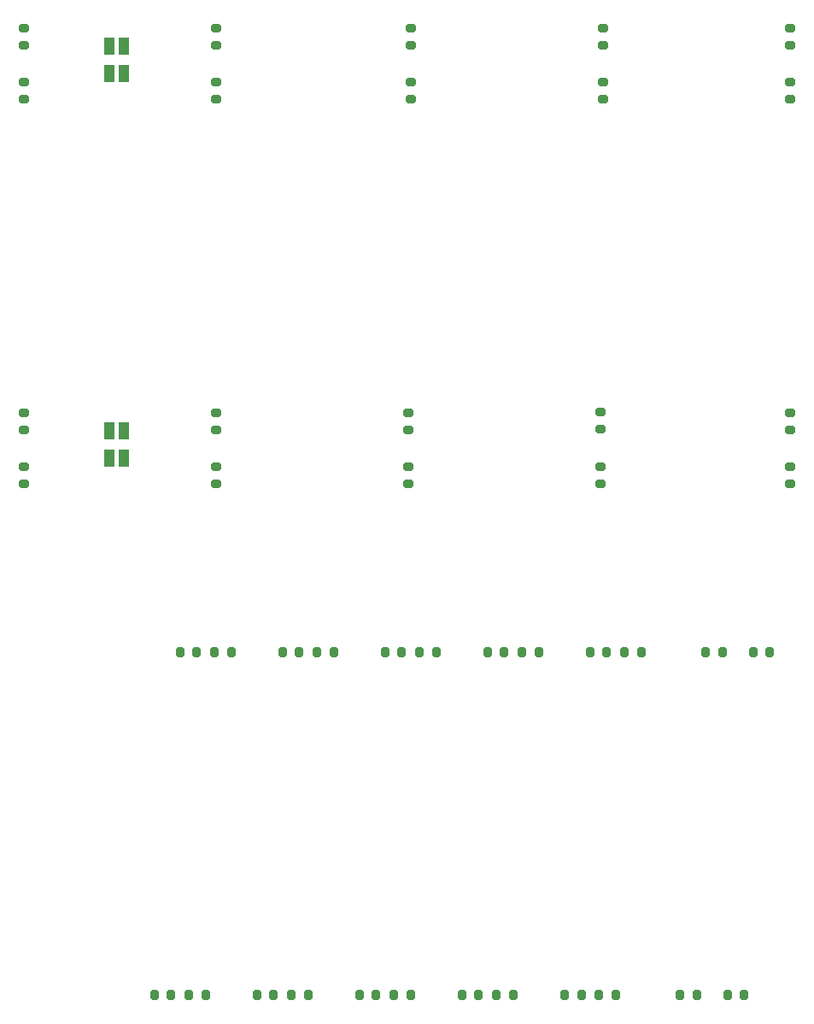
<source format=gbr>
%TF.GenerationSoftware,KiCad,Pcbnew,7.0.2-0*%
%TF.CreationDate,2023-06-06T22:37:24+02:00*%
%TF.ProjectId,scan2000_breakout,7363616e-3230-4303-905f-627265616b6f,rev?*%
%TF.SameCoordinates,Original*%
%TF.FileFunction,Paste,Top*%
%TF.FilePolarity,Positive*%
%FSLAX46Y46*%
G04 Gerber Fmt 4.6, Leading zero omitted, Abs format (unit mm)*
G04 Created by KiCad (PCBNEW 7.0.2-0) date 2023-06-06 22:37:24*
%MOMM*%
%LPD*%
G01*
G04 APERTURE LIST*
G04 Aperture macros list*
%AMRoundRect*
0 Rectangle with rounded corners*
0 $1 Rounding radius*
0 $2 $3 $4 $5 $6 $7 $8 $9 X,Y pos of 4 corners*
0 Add a 4 corners polygon primitive as box body*
4,1,4,$2,$3,$4,$5,$6,$7,$8,$9,$2,$3,0*
0 Add four circle primitives for the rounded corners*
1,1,$1+$1,$2,$3*
1,1,$1+$1,$4,$5*
1,1,$1+$1,$6,$7*
1,1,$1+$1,$8,$9*
0 Add four rect primitives between the rounded corners*
20,1,$1+$1,$2,$3,$4,$5,0*
20,1,$1+$1,$4,$5,$6,$7,0*
20,1,$1+$1,$6,$7,$8,$9,0*
20,1,$1+$1,$8,$9,$2,$3,0*%
G04 Aperture macros list end*
%ADD10RoundRect,0.200000X0.275000X-0.200000X0.275000X0.200000X-0.275000X0.200000X-0.275000X-0.200000X0*%
%ADD11RoundRect,0.200000X-0.200000X-0.275000X0.200000X-0.275000X0.200000X0.275000X-0.200000X0.275000X0*%
%ADD12RoundRect,0.200000X0.200000X0.275000X-0.200000X0.275000X-0.200000X-0.275000X0.200000X-0.275000X0*%
%ADD13RoundRect,0.200000X-0.275000X0.200000X-0.275000X-0.200000X0.275000X-0.200000X0.275000X0.200000X0*%
%ADD14R,1.100000X1.750000*%
G04 APERTURE END LIST*
D10*
%TO.C,R29*%
X47882000Y-89223000D03*
X47882000Y-87573000D03*
%TD*%
D11*
%TO.C,R47*%
X103965200Y-105974800D03*
X105615200Y-105974800D03*
%TD*%
D12*
%TO.C,R18*%
X76025200Y-139880000D03*
X74375200Y-139880000D03*
%TD*%
D11*
%TO.C,R21*%
X91265200Y-139880000D03*
X92915200Y-139880000D03*
%TD*%
D12*
%TO.C,R42*%
X78565200Y-105974800D03*
X76915200Y-105974800D03*
%TD*%
D11*
%TO.C,R2*%
X112906000Y-139880000D03*
X114556000Y-139880000D03*
%TD*%
D13*
%TO.C,R12*%
X123828000Y-44139000D03*
X123828000Y-45789000D03*
%TD*%
%TO.C,R36*%
X123828000Y-82239000D03*
X123828000Y-83889000D03*
%TD*%
%TO.C,R34*%
X105032000Y-82176000D03*
X105032000Y-83826000D03*
%TD*%
%TO.C,R30*%
X66932000Y-82239000D03*
X66932000Y-83889000D03*
%TD*%
%TO.C,R28*%
X47882000Y-82239000D03*
X47882000Y-83889000D03*
%TD*%
%TO.C,R8*%
X86236000Y-44139000D03*
X86236000Y-45789000D03*
%TD*%
D12*
%TO.C,R40*%
X68405200Y-105974800D03*
X66755200Y-105974800D03*
%TD*%
%TO.C,R3*%
X119256000Y-139880000D03*
X117606000Y-139880000D03*
%TD*%
D10*
%TO.C,R35*%
X105032000Y-89223000D03*
X105032000Y-87573000D03*
%TD*%
D12*
%TO.C,R44*%
X88725200Y-105974800D03*
X87075200Y-105974800D03*
%TD*%
D14*
%TO.C,R1*%
X57726000Y-45875000D03*
X56326000Y-45875000D03*
X56326000Y-48625000D03*
X57726000Y-48625000D03*
%TD*%
D12*
%TO.C,R24*%
X106505200Y-139880000D03*
X104855200Y-139880000D03*
%TD*%
D10*
%TO.C,R5*%
X47882000Y-51123000D03*
X47882000Y-49473000D03*
%TD*%
%TO.C,R11*%
X105286000Y-51123000D03*
X105286000Y-49473000D03*
%TD*%
D11*
%TO.C,R26*%
X115446000Y-105974800D03*
X117096000Y-105974800D03*
%TD*%
D10*
%TO.C,R13*%
X123828000Y-51123000D03*
X123828000Y-49473000D03*
%TD*%
D12*
%TO.C,R27*%
X121796000Y-105974800D03*
X120146000Y-105974800D03*
%TD*%
%TO.C,R20*%
X86185200Y-139880000D03*
X84535200Y-139880000D03*
%TD*%
D14*
%TO.C,R14*%
X57726000Y-83975000D03*
X56326000Y-83975000D03*
X56326000Y-86725000D03*
X57726000Y-86725000D03*
%TD*%
D10*
%TO.C,R9*%
X86236000Y-51123000D03*
X86236000Y-49473000D03*
%TD*%
D12*
%TO.C,R22*%
X96345200Y-139880000D03*
X94695200Y-139880000D03*
%TD*%
D11*
%TO.C,R45*%
X93805200Y-105974800D03*
X95455200Y-105974800D03*
%TD*%
%TO.C,R43*%
X83645200Y-105974800D03*
X85295200Y-105974800D03*
%TD*%
%TO.C,R19*%
X81105200Y-139880000D03*
X82755200Y-139880000D03*
%TD*%
%TO.C,R39*%
X63325200Y-105974800D03*
X64975200Y-105974800D03*
%TD*%
D13*
%TO.C,R32*%
X85982000Y-82239000D03*
X85982000Y-83889000D03*
%TD*%
D10*
%TO.C,R7*%
X66932000Y-51123000D03*
X66932000Y-49473000D03*
%TD*%
%TO.C,R37*%
X123828000Y-89223000D03*
X123828000Y-87573000D03*
%TD*%
D13*
%TO.C,R6*%
X66932000Y-44139000D03*
X66932000Y-45789000D03*
%TD*%
D11*
%TO.C,R17*%
X70945200Y-139880000D03*
X72595200Y-139880000D03*
%TD*%
D10*
%TO.C,R33*%
X85982000Y-89223000D03*
X85982000Y-87573000D03*
%TD*%
D11*
%TO.C,R15*%
X60785200Y-139880000D03*
X62435200Y-139880000D03*
%TD*%
D12*
%TO.C,R48*%
X109045200Y-105974800D03*
X107395200Y-105974800D03*
%TD*%
D10*
%TO.C,R31*%
X66932000Y-89223000D03*
X66932000Y-87573000D03*
%TD*%
D13*
%TO.C,R10*%
X105286000Y-44139000D03*
X105286000Y-45789000D03*
%TD*%
D12*
%TO.C,R46*%
X98885200Y-105974800D03*
X97235200Y-105974800D03*
%TD*%
%TO.C,R16*%
X65865200Y-139880000D03*
X64215200Y-139880000D03*
%TD*%
D11*
%TO.C,R23*%
X101455200Y-139880000D03*
X103105200Y-139880000D03*
%TD*%
D13*
%TO.C,R4*%
X47882000Y-44139000D03*
X47882000Y-45789000D03*
%TD*%
D11*
%TO.C,R41*%
X73485200Y-105974800D03*
X75135200Y-105974800D03*
%TD*%
M02*

</source>
